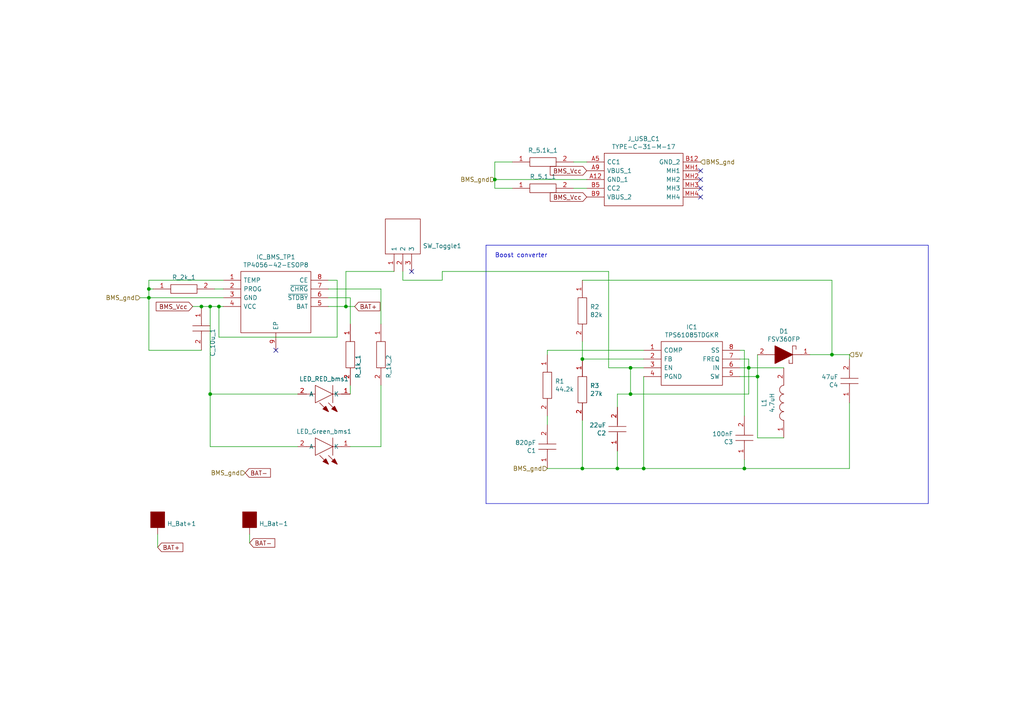
<source format=kicad_sch>
(kicad_sch (version 20230121) (generator eeschema)
  (paper "A4")
  (lib_symbols
    (symbol "Library_Loader:C0805C475M8RACTU" (pin_names (offset 0.762))
      (property "Reference" "C" (at 8.89 6.35 0))
      (property "Value" "C0805C475M8RACTU" (at 8.89 3.81 0))
      (symbol "C0805C475M8RACTU_0_0"
        (pin passive line (at 0 0 0) (length 5.08) (name "~") (number "1"))
        (pin passive line (at 12.7 0 180) (length 5.08) (name "~") (number "2"))
      )
      (symbol "C0805C475M8RACTU_0_1"
        (polyline (pts (xy 5.08 0) (xy 5.588 0)) (stroke (width 0.1524)))
        (polyline (pts (xy 5.588 2.54) (xy 5.588 -2.54)) (stroke (width 0.1524)))
        (polyline (pts (xy 7.112 0) (xy 7.62 0)) (stroke (width 0.1524)))
        (polyline (pts (xy 7.112 2.54) (xy 7.112 -2.54)) (stroke (width 0.1524)))
      )
    )
    (symbol "Library_Loader:ERJP6WF1303V" (pin_names (offset 0.762))
      (property "Reference" "R" (at 13.97 6.35 0))
      (property "Value" "ERJP6WF1303V" (at 13.97 3.81 0))
      (symbol "ERJP6WF1303V_0_0"
        (pin passive line (at 0 0 0) (length 5.08) (name "~") (number "1"))
        (pin passive line (at 17.78 0 180) (length 5.08) (name "~") (number "2"))
      )
      (symbol "ERJP6WF1303V_0_1"
        (polyline (pts (xy 5.08 1.27) (xy 12.7 1.27) (xy 12.7 -1.27) (xy 5.08 -1.27) (xy 5.08 1.27)) (stroke (width 0.1524)))
      )
    )
    (symbol "Library_Loader:FSV360FP" (pin_names (offset 0.762))
      (property "Reference" "D" (at 12.7 8.89 0))
      (property "Value" "FSV360FP" (at 12.7 6.35 0))
      (symbol "FSV360FP_0_0"
        (pin passive line (at 2.54 0 0) (length 2.54) (name "~") (number "1"))
        (pin passive line (at 17.78 0 180) (length 2.54) (name "~") (number "2"))
      )
      (symbol "FSV360FP_0_1"
        (polyline (pts (xy 5.08 0) (xy 7.62 0)) (stroke (width 0.1524)))
        (polyline (pts (xy 7.62 2.54) (xy 7.62 -2.54)) (stroke (width 0.1524)))
        (polyline (pts (xy 12.7 0) (xy 15.24 0)) (stroke (width 0.1524)))
        (polyline (pts (xy 7.62 -2.54) (xy 6.604 -2.54) (xy 6.604 -1.524)) (stroke (width 0.1524)))
        (polyline (pts (xy 7.62 2.54) (xy 8.636 2.54) (xy 8.636 1.524)) (stroke (width 0.1524)))
        (polyline (pts (xy 7.62 0) (xy 12.7 2.54) (xy 12.7 -2.54) (xy 7.62 0)) (stroke (width 0.254)) (fill (type outline)))
      )
    )
    (symbol "Library_Loader:SRN6045-4R7Y" (pin_names (offset 0.762))
      (property "Reference" "L" (at 16.51 6.35 0))
      (property "Value" "SRN6045-4R7Y" (at 16.51 3.81 0))
      (symbol "SRN6045-4R7Y_0_0"
        (pin passive line (at 0 0 0) (length 5.08) (name "~") (number "1"))
        (pin passive line (at 20.32 0 180) (length 5.08) (name "~") (number "2"))
      )
      (symbol "SRN6045-4R7Y_0_1"
        (arc (start 7.62 0) (mid 6.35 1.2202) (end 5.08 0) (stroke (width 0.1524)))
        (arc (start 10.16 0) (mid 8.89 1.2202) (end 7.62 0) (stroke (width 0.1524)))
        (arc (start 12.7 0) (mid 11.43 1.2202) (end 10.16 0) (stroke (width 0.1524)))
        (arc (start 15.24 0) (mid 13.97 1.2202) (end 12.7 0) (stroke (width 0.1524)))
      )
    )
    (symbol "Library_Loader:TPS61085TDGKR" (pin_names (offset 0.762))
      (property "Reference" "IC" (at 24.13 7.62 0))
      (property "Value" "TPS61085TDGKR" (at 24.13 5.08 0))
      (symbol "TPS61085TDGKR_0_0"
        (pin passive line (at 0 0 0) (length 5.08) (name "COMP") (number "1"))
        (pin passive line (at 0 -2.54 0) (length 5.08) (name "FB") (number "2"))
        (pin passive line (at 0 -5.08 0) (length 5.08) (name "EN") (number "3"))
        (pin passive line (at 0 -7.62 0) (length 5.08) (name "PGND") (number "4"))
        (pin passive line (at 27.94 -7.62 180) (length 5.08) (name "SW") (number "5"))
        (pin passive line (at 27.94 -5.08 180) (length 5.08) (name "IN") (number "6"))
        (pin passive line (at 27.94 -2.54 180) (length 5.08) (name "FREQ") (number "7"))
        (pin passive line (at 27.94 0 180) (length 5.08) (name "SS") (number "8"))
      )
      (symbol "TPS61085TDGKR_0_1"
        (polyline (pts (xy 5.08 2.54) (xy 22.86 2.54) (xy 22.86 -10.16) (xy 5.08 -10.16) (xy 5.08 2.54)) (stroke (width 0.1524)))
      )
    )
    (symbol "PicBytesMicro-rescue:GCG21BR71H154KA01K-SamacSys_Parts" (pin_names (offset 0.762))
      (property "Reference" "C" (at 8.89 6.35 0))
      (property "Value" "GCG21BR71H154KA01K-SamacSys_Parts" (at 8.89 3.81 0))
      (symbol "GCG21BR71H154KA01K-SamacSys_Parts_0_0"
        (pin passive line (at 0 0 0) (length 5.08) (name "~") (number "1"))
        (pin passive line (at 12.7 0 180) (length 5.08) (name "~") (number "2"))
      )
      (symbol "GCG21BR71H154KA01K-SamacSys_Parts_0_1"
        (polyline (pts (xy 5.08 0) (xy 5.588 0)) (stroke (width 0.1524)))
        (polyline (pts (xy 5.588 2.54) (xy 5.588 -2.54)) (stroke (width 0.1524)))
        (polyline (pts (xy 7.112 0) (xy 7.62 0)) (stroke (width 0.1524)))
        (polyline (pts (xy 7.112 2.54) (xy 7.112 -2.54)) (stroke (width 0.1524)))
      )
    )
    (symbol "PicBytesMicro-rescue:K3-1260D-L1-SamacSys_Parts" (pin_names (offset 0.762))
      (property "Reference" "S" (at 16.51 7.62 0))
      (property "Value" "K3-1260D-L1-SamacSys_Parts" (at 16.51 5.08 0))
      (symbol "K3-1260D-L1-SamacSys_Parts_0_0"
        (pin passive line (at 0 0 0) (length 5.08) (name "1") (number "1"))
        (pin passive line (at 0 -2.54 0) (length 5.08) (name "2") (number "2"))
        (pin passive line (at 0 -5.08 0) (length 5.08) (name "3") (number "3"))
      )
      (symbol "K3-1260D-L1-SamacSys_Parts_0_1"
        (polyline (pts (xy 5.08 2.54) (xy 15.24 2.54) (xy 15.24 -7.62) (xy 5.08 -7.62) (xy 5.08 2.54)) (stroke (width 0.1524)))
      )
    )
    (symbol "PicBytesMicro-rescue:KTR10EZPF4220-SamacSys_Parts" (pin_names (offset 0.762))
      (property "Reference" "R" (at 13.97 6.35 0))
      (property "Value" "KTR10EZPF4220-SamacSys_Parts" (at 13.97 3.81 0))
      (symbol "KTR10EZPF4220-SamacSys_Parts_0_0"
        (pin passive line (at 0 0 0) (length 5.08) (name "~") (number "1"))
        (pin passive line (at 17.78 0 180) (length 5.08) (name "~") (number "2"))
      )
      (symbol "KTR10EZPF4220-SamacSys_Parts_0_1"
        (polyline (pts (xy 5.08 1.27) (xy 12.7 1.27) (xy 12.7 -1.27) (xy 5.08 -1.27) (xy 5.08 1.27)) (stroke (width 0.1524)))
      )
    )
    (symbol "PicBytesMicro-rescue:LTST-C171GKT-SamacSys_Parts" (pin_names (offset 0.762))
      (property "Reference" "LED" (at 12.7 8.89 0))
      (property "Value" "LTST-C171GKT-SamacSys_Parts" (at 12.7 6.35 0))
      (symbol "LTST-C171GKT-SamacSys_Parts_0_0"
        (pin passive line (at 0 0 0) (length 2.54) (name "K") (number "1"))
        (pin passive line (at 15.24 0 180) (length 2.54) (name "A") (number "2"))
      )
      (symbol "LTST-C171GKT-SamacSys_Parts_0_1"
        (polyline (pts (xy 2.54 0) (xy 5.08 0)) (stroke (width 0.1524)))
        (polyline (pts (xy 5.08 2.54) (xy 5.08 -2.54)) (stroke (width 0.1524)))
        (polyline (pts (xy 6.35 2.54) (xy 3.81 5.08)) (stroke (width 0.1524)))
        (polyline (pts (xy 8.89 2.54) (xy 6.35 5.08)) (stroke (width 0.1524)))
        (polyline (pts (xy 10.16 0) (xy 12.7 0)) (stroke (width 0.1524)))
        (polyline (pts (xy 5.08 0) (xy 10.16 2.54) (xy 10.16 -2.54) (xy 5.08 0)) (stroke (width 0.1524)))
        (polyline (pts (xy 5.334 4.318) (xy 4.572 3.556) (xy 3.81 5.08) (xy 5.334 4.318)) (stroke (width 0.254)) (fill (type outline)))
        (polyline (pts (xy 7.874 4.318) (xy 7.112 3.556) (xy 6.35 5.08) (xy 7.874 4.318)) (stroke (width 0.254)) (fill (type outline)))
      )
    )
    (symbol "PicBytesMicro-rescue:MountingHole_Pad-User_library-SamacSys_Parts-HVolt_sub-system-FIT" (pin_numbers hide) (pin_names (offset 1.016) hide)
      (property "Reference" "H" (at 0 6.35 0))
      (property "Value" "MountingHole_Pad-User_library-SamacSys_Parts-HVolt_sub-system-FIT" (at 0 4.445 0))
      (symbol "MountingHole_Pad-User_library-SamacSys_Parts-HVolt_sub-system-FIT_0_1"
        (circle (center 0 1.27) (radius 1.27) (stroke (width 1.27)))
        (rectangle (start 2.032 -0.635) (end -2.032 3.937) (fill (type outline)))
      )
      (symbol "MountingHole_Pad-User_library-SamacSys_Parts-HVolt_sub-system-FIT_1_1"
        (pin input line (at 0 -2.54 90) (length 2.54) (name "1") (number "1"))
      )
    )
    (symbol "PicBytesMicro-rescue:TP4056-42-ESOP8-SamacSys_Parts" (pin_names (offset 0.762))
      (property "Reference" "IC" (at 26.67 7.62 0))
      (property "Value" "TP4056-42-ESOP8-SamacSys_Parts" (at 26.67 5.08 0))
      (symbol "TP4056-42-ESOP8-SamacSys_Parts_0_0"
        (pin passive line (at 0 0 0) (length 5.08) (name "TEMP") (number "1"))
        (pin passive line (at 0 -2.54 0) (length 5.08) (name "PROG") (number "2"))
        (pin passive line (at 0 -5.08 0) (length 5.08) (name "GND") (number "3"))
        (pin passive line (at 0 -7.62 0) (length 5.08) (name "VCC") (number "4"))
        (pin passive line (at 30.48 -7.62 180) (length 5.08) (name "BAT") (number "5"))
        (pin passive line (at 30.48 -5.08 180) (length 5.08) (name "~{STDBY}") (number "6"))
        (pin passive line (at 30.48 -2.54 180) (length 5.08) (name "~{CHRG}") (number "7"))
        (pin passive line (at 30.48 0 180) (length 5.08) (name "CE") (number "8"))
        (pin passive line (at 15.24 -20.32 90) (length 5.08) (name "EP") (number "9"))
      )
      (symbol "TP4056-42-ESOP8-SamacSys_Parts_0_1"
        (polyline (pts (xy 5.08 2.54) (xy 25.4 2.54) (xy 25.4 -15.24) (xy 5.08 -15.24) (xy 5.08 2.54)) (stroke (width 0.1524)))
      )
    )
    (symbol "PicBytesMicro-rescue:TYPE-C-31-M-17-SamacSys_Parts" (pin_names (offset 0.762))
      (property "Reference" "J" (at 29.21 7.62 0))
      (property "Value" "TYPE-C-31-M-17-SamacSys_Parts" (at 29.21 5.08 0))
      (symbol "TYPE-C-31-M-17-SamacSys_Parts_0_0"
        (pin passive line (at 0 -5.08 0) (length 5.08) (name "GND_1") (number "A12"))
        (pin passive line (at 0 0 0) (length 5.08) (name "CC1") (number "A5"))
        (pin passive line (at 0 -2.54 0) (length 5.08) (name "VBUS_1") (number "A9"))
        (pin passive line (at 33.02 0 180) (length 5.08) (name "GND_2") (number "B12"))
        (pin passive line (at 0 -7.62 0) (length 5.08) (name "CC2") (number "B5"))
        (pin passive line (at 0 -10.16 0) (length 5.08) (name "VBUS_2") (number "B9"))
        (pin passive line (at 33.02 -2.54 180) (length 5.08) (name "MH1") (number "MH1"))
        (pin passive line (at 33.02 -5.08 180) (length 5.08) (name "MH2") (number "MH2"))
        (pin passive line (at 33.02 -7.62 180) (length 5.08) (name "MH3") (number "MH3"))
        (pin passive line (at 33.02 -10.16 180) (length 5.08) (name "MH4") (number "MH4"))
      )
      (symbol "TYPE-C-31-M-17-SamacSys_Parts_0_1"
        (polyline (pts (xy 5.08 2.54) (xy 27.94 2.54) (xy 27.94 -12.7) (xy 5.08 -12.7) (xy 5.08 2.54)) (stroke (width 0.1524)))
      )
    )
  )
  (junction (at 60.96 88.9))
  (junction (at 179.07 135.89))
  (junction (at 215.9 135.89))
  (junction (at 186.69 135.89))
  (junction (at 168.91 104.14))
  (junction (at 43.18 83.82))
  (junction (at 100.33 88.9))
  (junction (at 60.96 114.3))
  (junction (at 143.51 52.07))
  (junction (at 217.17 106.68))
  (junction (at 168.91 135.89))
  (junction (at 219.71 109.22))
  (junction (at 43.18 86.36))
  (junction (at 58.42 88.9))
  (junction (at 182.88 114.3))
  (junction (at 182.88 106.68))
  (junction (at 63.5 88.9))
  (junction (at 241.3 102.87))
  (no_connect (at 203.2 57.15))
  (no_connect (at 203.2 54.61))
  (no_connect (at 203.2 49.53))
  (no_connect (at 119.38 78.74))
  (no_connect (at 203.2 52.07))
  (no_connect (at 80.01 101.6))
  (wire (pts (xy 182.88 114.3) (xy 182.88 106.68)))
  (wire (pts (xy 179.07 118.11) (xy 179.07 114.3)))
  (wire (pts (xy 128.27 78.74) (xy 128.27 81.28)))
  (wire (pts (xy 179.07 130.81) (xy 179.07 135.89)))
  (wire (pts (xy 168.91 81.28) (xy 241.3 81.28)))
  (wire (pts (xy 241.3 102.87) (xy 234.95 102.87)))
  (wire (pts (xy 60.96 114.3) (xy 60.96 88.9)))
  (polyline (pts (xy 140.97 71.12) (xy 140.97 146.05)))
  (wire (pts (xy 86.36 114.3) (xy 60.96 114.3)))
  (wire (pts (xy 43.18 86.36) (xy 40.64 86.36)))
  (wire (pts (xy 168.91 135.89) (xy 179.07 135.89)))
  (wire (pts (xy 100.33 78.74) (xy 100.33 88.9)))
  (wire (pts (xy 101.6 111.76) (xy 101.6 114.3)))
  (wire (pts (xy 179.07 114.3) (xy 182.88 114.3)))
  (wire (pts (xy 170.18 46.99) (xy 166.37 46.99)))
  (wire (pts (xy 215.9 135.89) (xy 246.38 135.89)))
  (wire (pts (xy 182.88 106.68) (xy 176.53 106.68)))
  (wire (pts (xy 158.75 135.89) (xy 168.91 135.89)))
  (polyline (pts (xy 269.24 146.05) (xy 269.24 71.12)))
  (wire (pts (xy 110.49 129.54) (xy 101.6 129.54)))
  (wire (pts (xy 217.17 106.68) (xy 217.17 114.3)))
  (wire (pts (xy 64.77 81.28) (xy 43.18 81.28)))
  (wire (pts (xy 102.87 88.9) (xy 100.33 88.9)))
  (wire (pts (xy 170.18 54.61) (xy 166.37 54.61)))
  (wire (pts (xy 95.25 83.82) (xy 110.49 83.82)))
  (polyline (pts (xy 140.97 146.05) (xy 269.24 146.05)))
  (wire (pts (xy 215.9 101.6) (xy 214.63 101.6)))
  (wire (pts (xy 215.9 120.65) (xy 215.9 101.6)))
  (wire (pts (xy 110.49 83.82) (xy 110.49 93.98)))
  (wire (pts (xy 116.84 81.28) (xy 116.84 78.74)))
  (wire (pts (xy 182.88 114.3) (xy 217.17 114.3)))
  (wire (pts (xy 64.77 86.36) (xy 43.18 86.36)))
  (wire (pts (xy 179.07 135.89) (xy 186.69 135.89)))
  (wire (pts (xy 176.53 106.68) (xy 176.53 78.74)))
  (wire (pts (xy 186.69 135.89) (xy 215.9 135.89)))
  (wire (pts (xy 186.69 104.14) (xy 168.91 104.14)))
  (wire (pts (xy 110.49 111.76) (xy 110.49 129.54)))
  (wire (pts (xy 143.51 46.99) (xy 143.51 52.07)))
  (wire (pts (xy 158.75 101.6) (xy 158.75 102.87)))
  (wire (pts (xy 101.6 93.98) (xy 101.6 86.36)))
  (wire (pts (xy 114.3 78.74) (xy 100.33 78.74)))
  (wire (pts (xy 58.42 88.9) (xy 55.88 88.9)))
  (wire (pts (xy 101.6 86.36) (xy 95.25 86.36)))
  (wire (pts (xy 158.75 123.19) (xy 158.75 120.65)))
  (wire (pts (xy 186.69 109.22) (xy 186.69 135.89)))
  (wire (pts (xy 186.69 101.6) (xy 158.75 101.6)))
  (wire (pts (xy 241.3 81.28) (xy 241.3 102.87)))
  (wire (pts (xy 64.77 88.9) (xy 63.5 88.9)))
  (wire (pts (xy 143.51 54.61) (xy 143.51 52.07)))
  (wire (pts (xy 44.45 83.82) (xy 43.18 83.82)))
  (wire (pts (xy 63.5 97.79) (xy 63.5 88.9)))
  (wire (pts (xy 168.91 99.06) (xy 168.91 104.14)))
  (wire (pts (xy 170.18 52.07) (xy 143.51 52.07)))
  (wire (pts (xy 43.18 101.6) (xy 43.18 86.36)))
  (wire (pts (xy 246.38 104.14) (xy 246.38 102.87)))
  (wire (pts (xy 217.17 106.68) (xy 214.63 106.68)))
  (wire (pts (xy 128.27 81.28) (xy 116.84 81.28)))
  (wire (pts (xy 58.42 101.6) (xy 43.18 101.6)))
  (wire (pts (xy 72.39 157.48) (xy 72.39 154.94)))
  (wire (pts (xy 219.71 109.22) (xy 219.71 102.87)))
  (wire (pts (xy 217.17 104.14) (xy 217.17 106.68)))
  (wire (pts (xy 97.79 97.79) (xy 63.5 97.79)))
  (wire (pts (xy 214.63 109.22) (xy 219.71 109.22)))
  (wire (pts (xy 182.88 106.68) (xy 186.69 106.68)))
  (wire (pts (xy 60.96 88.9) (xy 58.42 88.9)))
  (polyline (pts (xy 269.24 71.12) (xy 140.97 71.12)))
  (wire (pts (xy 176.53 78.74) (xy 128.27 78.74)))
  (wire (pts (xy 246.38 116.84) (xy 246.38 135.89)))
  (wire (pts (xy 219.71 109.22) (xy 219.71 127)))
  (wire (pts (xy 215.9 133.35) (xy 215.9 135.89)))
  (wire (pts (xy 97.79 81.28) (xy 97.79 97.79)))
  (wire (pts (xy 63.5 88.9) (xy 60.96 88.9)))
  (wire (pts (xy 60.96 114.3) (xy 60.96 129.54)))
  (wire (pts (xy 43.18 81.28) (xy 43.18 83.82)))
  (wire (pts (xy 214.63 104.14) (xy 217.17 104.14)))
  (wire (pts (xy 62.23 83.82) (xy 64.77 83.82)))
  (wire (pts (xy 246.38 102.87) (xy 241.3 102.87)))
  (wire (pts (xy 219.71 127) (xy 227.33 127)))
  (wire (pts (xy 148.59 54.61) (xy 143.51 54.61)))
  (wire (pts (xy 227.33 106.68) (xy 217.17 106.68)))
  (wire (pts (xy 95.25 81.28) (xy 97.79 81.28)))
  (wire (pts (xy 168.91 121.92) (xy 168.91 135.89)))
  (wire (pts (xy 148.59 46.99) (xy 143.51 46.99)))
  (wire (pts (xy 43.18 83.82) (xy 43.18 86.36)))
  (wire (pts (xy 45.72 158.75) (xy 45.72 154.94)))
  (wire (pts (xy 86.36 129.54) (xy 60.96 129.54)))
  (wire (pts (xy 100.33 88.9) (xy 95.25 88.9)))
  (text "Boost converter" (at 143.51 74.93 0) (effects (font (size 1.27 1.27)) (justify left bottom)))
  (global_label "BAT+" (shape input) (at 102.87 88.9 0) (property "Intersheetrefs" "${INTERSHEET_REFS}" (effects hide)))
  (global_label "BAT-" (shape input) (at 71.12 137.16 0) (property "Intersheetrefs" "${INTERSHEET_REFS}" (effects hide)))
  (global_label "BAT+" (shape input) (at 45.72 158.75 0) (property "Intersheetrefs" "${INTERSHEET_REFS}" (effects hide)))
  (global_label "BAT-" (shape input) (at 72.39 157.48 0) (property "Intersheetrefs" "${INTERSHEET_REFS}" (effects hide)))
  (global_label "BMS_Vcc" (shape input) (at 170.18 57.15 180) (property "Intersheetrefs" "${INTERSHEET_REFS}" (effects hide)))
  (global_label "BMS_Vcc" (shape input) (at 55.88 88.9 180) (property "Intersheetrefs" "${INTERSHEET_REFS}" (effects hide)))
  (global_label "BMS_Vcc" (shape input) (at 170.18 49.53 180) (property "Intersheetrefs" "${INTERSHEET_REFS}" (effects hide)))
  (hierarchical_label "BMS_gnd" (shape input) (at 203.2 46.99 0))
  (hierarchical_label "5V" (shape input) (at 246.38 102.87 0))
  (hierarchical_label "BMS_gnd" (shape input) (at 71.12 137.16 180))
  (hierarchical_label "BMS_gnd" (shape input) (at 143.51 52.07 180))
  (hierarchical_label "BMS_gnd" (shape input) (at 40.64 86.36 180))
  (hierarchical_label "BMS_gnd" (shape input) (at 158.75 135.89 180))
  (symbol (lib_id "PicBytesMicro-rescue:TP4056-42-ESOP8-SamacSys_Parts") (at 64.77 81.28 0) (unit 1)
    (property "Reference" "IC_BMS_TP1" (at 80.01 74.549 0))
    (property "Value" "TP4056-42-ESOP8" (at 80.01 76.8604 0))
    (property "Footprint" "SOIC127P600X175-9N" (effects hide))
    (property "Datasheet" "https://datasheet.lcsc.com/szlcsc/1906261508_Nanjing-Extension-Microelectronics-TP4056-42-ESOP8_C16581.pdf" (effects hide))
    (property "Description" "PMIC - Battery Management ESOP-8 RoHS" (effects hide))
    (property "Height" "1.75" (effects hide))
    (property "Manufacturer_Name" "Nanjing Extension Microelectronics" (effects hide))
    (property "Manufacturer_Part_Number" "TP4056-42-ESOP8" (effects hide))
  )
  (symbol (lib_id "PicBytesMicro-rescue:KTR10EZPF4220-SamacSys_Parts") (at 44.45 83.82 0) (unit 1)
    (property "Reference" "R_2k_1" (at 53.34 80.4418 0))
    (property "Value" "KTR10EZPF4220" (effects hide))
    (property "Footprint" "RESC2012X65N" (effects hide))
    (property "Datasheet" "http://rohmfs.rohm.com/en/products/databook/datasheet/passive/resistor/chip_resistor/ktr.pdf" (effects hide))
    (property "Description" "ROHM 0805 Resistor Chip" (effects hide))
    (property "Height" "0.65" (effects hide))
    (property "Manufacturer_Name" "ROHM Semiconductor" (effects hide))
    (property "Manufacturer_Part_Number" "KTR10EZPF4220" (effects hide))
  )
  (symbol (lib_id "PicBytesMicro-rescue:TYPE-C-31-M-17-SamacSys_Parts") (at 170.18 46.99 0) (unit 1)
    (property "Reference" "J_USB_C1" (at 186.69 40.259 0))
    (property "Value" "TYPE-C-31-M-17" (at 186.69 42.5704 0))
    (property "Footprint" "TYPEC31M17" (effects hide))
    (property "Datasheet" "https://datasheet.lcsc.com/szlcsc/1903211732_Korean-Hroparts-Elec-TYPE-C-31-M-17_C283540.pdf" (effects hide))
    (property "Description" "USB Connectors 6 Receptacle 1 RoHS" (effects hide))
    (property "Height" "3.26" (effects hide))
    (property "Manufacturer_Name" "Korean Hroparts Elec" (effects hide))
    (property "Manufacturer_Part_Number" "TYPE-C-31-M-17" (effects hide))
  )
  (symbol (lib_id "PicBytesMicro-rescue:GCG21BR71H154KA01K-SamacSys_Parts") (at 58.42 88.9 270) (unit 1)
    (property "Reference" "C_10u_1" (at 61.6712 95.25 0) (effects (justify left)))
    (property "Value" "GCG21BR71H154KA01K" (effects hide))
    (property "Footprint" "CAPC2012X145N" (effects hide))
    (property "Datasheet" "https://psearch.en.murata.com/capacitor/product/GCG21BR71H154KA01%23.html" (effects hide))
    (property "Description" "Capacitor L=2.0mm W=1.25mm T=1.25mm" (effects hide))
    (property "Height" "1.45" (effects hide))
    (property "Manufacturer_Name" "Murata Electronics" (effects hide))
    (property "Manufacturer_Part_Number" "GCG21BR71H154KA01K" (effects hide))
  )
  (symbol (lib_id "PicBytesMicro-rescue:KTR10EZPF4220-SamacSys_Parts") (at 148.59 46.99 0) (unit 1)
    (property "Reference" "R_5.1k_1" (at 157.48 43.6118 0))
    (property "Value" "KTR10EZPF4220" (effects hide))
    (property "Footprint" "RESC2012X65N" (effects hide))
    (property "Datasheet" "http://rohmfs.rohm.com/en/products/databook/datasheet/passive/resistor/chip_resistor/ktr.pdf" (effects hide))
    (property "Description" "ROHM 0805 Resistor Chip" (effects hide))
    (property "Height" "0.65" (effects hide))
    (property "Manufacturer_Name" "ROHM Semiconductor" (effects hide))
    (property "Manufacturer_Part_Number" "KTR10EZPF4220" (effects hide))
  )
  (symbol (lib_id "PicBytesMicro-rescue:KTR10EZPF4220-SamacSys_Parts") (at 148.59 54.61 0) (unit 1)
    (property "Reference" "R_5.1_1" (at 157.48 51.2318 0))
    (property "Value" "KTR10EZPF4220" (effects hide))
    (property "Footprint" "RESC2012X65N" (effects hide))
    (property "Datasheet" "http://rohmfs.rohm.com/en/products/databook/datasheet/passive/resistor/chip_resistor/ktr.pdf" (effects hide))
    (property "Description" "ROHM 0805 Resistor Chip" (effects hide))
    (property "Height" "0.65" (effects hide))
    (property "Manufacturer_Name" "ROHM Semiconductor" (effects hide))
    (property "Manufacturer_Part_Number" "KTR10EZPF4220" (effects hide))
  )
  (symbol (lib_id "PicBytesMicro-rescue:KTR10EZPF4220-SamacSys_Parts") (at 101.6 93.98 270) (unit 1)
    (property "Reference" "R_1k_1" (at 103.8352 102.87 0) (effects (justify left)))
    (property "Value" "KTR10EZPF4220" (effects hide))
    (property "Footprint" "RESC2012X65N" (effects hide))
    (property "Datasheet" "http://rohmfs.rohm.com/en/products/databook/datasheet/passive/resistor/chip_resistor/ktr.pdf" (effects hide))
    (property "Description" "ROHM 0805 Resistor Chip" (effects hide))
    (property "Height" "0.65" (effects hide))
    (property "Manufacturer_Name" "ROHM Semiconductor" (effects hide))
    (property "Manufacturer_Part_Number" "KTR10EZPF4220" (effects hide))
  )
  (symbol (lib_id "PicBytesMicro-rescue:KTR10EZPF4220-SamacSys_Parts") (at 110.49 93.98 270) (unit 1)
    (property "Reference" "R_1k_2" (at 112.7252 102.87 0) (effects (justify left)))
    (property "Value" "KTR10EZPF4220" (effects hide))
    (property "Footprint" "RESC2012X65N" (effects hide))
    (property "Datasheet" "http://rohmfs.rohm.com/en/products/databook/datasheet/passive/resistor/chip_resistor/ktr.pdf" (effects hide))
    (property "Description" "ROHM 0805 Resistor Chip" (effects hide))
    (property "Height" "0.65" (effects hide))
    (property "Manufacturer_Name" "ROHM Semiconductor" (effects hide))
    (property "Manufacturer_Part_Number" "KTR10EZPF4220" (effects hide))
  )
  (symbol (lib_id "PicBytesMicro-rescue:LTST-C171GKT-SamacSys_Parts") (at 101.6 114.3 180) (unit 1)
    (property "Reference" "LED_RED_bms1" (at 93.98 109.9058 0))
    (property "Value" "LTST-C171GKT" (effects hide))
    (property "Footprint" "LEDC2012X90N" (effects hide))
    (property "Datasheet" "http://uk.rs-online.com/web/p/products/6920935P" (effects hide))
    (property "Description" "Lite-On LTST-C171GKT, CHIPLED 0805 569 nm Green LED, 2012 (0805) SMD package" (effects hide))
    (property "Height" "0.9" (effects hide))
    (property "RS Part Number" "6920935P" (effects hide))
    (property "RS Price/Stock" "http://uk.rs-online.com/web/p/products/6920935P" (effects hide))
    (property "Manufacturer_Name" "Lite-On" (effects hide))
    (property "Manufacturer_Part_Number" "LTST-C171GKT" (effects hide))
  )
  (symbol (lib_id "PicBytesMicro-rescue:LTST-C171GKT-SamacSys_Parts") (at 101.6 129.54 180) (unit 1)
    (property "Reference" "LED_Green_bms1" (at 93.98 125.1458 0))
    (property "Value" "LTST-C171GKT" (effects hide))
    (property "Footprint" "LEDC2012X90N" (effects hide))
    (property "Datasheet" "http://uk.rs-online.com/web/p/products/6920935P" (effects hide))
    (property "Description" "Lite-On LTST-C171GKT, CHIPLED 0805 569 nm Green LED, 2012 (0805) SMD package" (effects hide))
    (property "Height" "0.9" (effects hide))
    (property "RS Part Number" "6920935P" (effects hide))
    (property "RS Price/Stock" "http://uk.rs-online.com/web/p/products/6920935P" (effects hide))
    (property "Manufacturer_Name" "Lite-On" (effects hide))
    (property "Manufacturer_Part_Number" "LTST-C171GKT" (effects hide))
  )
  (symbol (lib_id "PicBytesMicro-rescue:K3-1260D-L1-SamacSys_Parts") (at 114.3 78.74 90) (unit 1)
    (property "Reference" "SW_Toggle1" (at 122.6312 71.3232 90) (effects (justify right)))
    (property "Value" "K3-1260D-L1" (effects hide))
    (property "Footprint" "K31260DL1" (effects hide))
    (property "Datasheet" "https://datasheet.lcsc.com/szlcsc/Korean-Hroparts-Elec-K3-1260D-L1_C92657.pdf" (effects hide))
    (property "Description" "Toggle Switches Plugin RoHS" (effects hide))
    (property "Height" "3.7" (effects hide))
    (property "Manufacturer_Name" "Korean Hroparts Elec" (effects hide))
    (property "Manufacturer_Part_Number" "K3-1260D-L1" (effects hide))
  )
  (symbol (lib_id "PicBytesMicro-rescue:MountingHole_Pad-User_library-SamacSys_Parts-HVolt_sub-system-FIT") (at 45.72 152.4 0) (unit 1)
    (property "Reference" "H_Bat+1" (at 48.4632 151.892 0) (effects (justify left)))
    (property "Value" "MountingHole_Pad-User_library-SamacSys_Parts" (effects hide))
    (property "Footprint" "User:Mounting-Pad" (effects hide))
    (instances (project "PicBytesMicro" (path "" (reference "H_Bat+1") (unit 1)) (path "" (reference "H_Bat+?") (unit 1))))
  )
  (symbol (lib_id "PicBytesMicro-rescue:MountingHole_Pad-User_library-SamacSys_Parts-HVolt_sub-system-FIT") (at 72.39 152.4 0) (unit 1)
    (property "Reference" "H_Bat-1" (at 75.1332 151.892 0) (effects (justify left)))
    (property "Value" "MountingHole_Pad-User_library-SamacSys_Parts" (effects hide))
    (property "Footprint" "User:Mounting-Pad" (effects hide))
    (instances (project "PicBytesMicro" (path "" (reference "H_Bat-1") (unit 1)) (path "" (reference "H_Bat-?") (unit 1))))
  )
  (symbol (lib_id "Library_Loader:ERJP6WF1303V") (at 158.75 102.87 270) (unit 1)
    (property "Reference" "R1" (at 160.9852 110.5916 90) (effects (justify left)))
    (property "Value" "44.2k" (at 160.9852 112.903 90) (effects (justify left)))
    (property "Footprint" "RESC2012X75N" (effects hide))
    (property "Datasheet" "http://uk.rs-online.com/web/p/products/7708607P" (effects hide))
    (property "Description" "Panasonic ERJP6W Series Thick Film Surface Mount Fixed Resistor 0805 Case 130k +/-1% 0.5W +/-200ppm/C" (effects hide))
    (property "Height" "0.75" (effects hide))
    (property "RS Part Number" "7708607P" (effects hide))
    (property "RS Price/Stock" "http://uk.rs-online.com/web/p/products/7708607P" (effects hide))
    (property "Manufacturer_Name" "Panasonic" (effects hide))
    (property "Manufacturer_Part_Number" "ERJP6WF1303V" (effects hide))
    (instances (project "PicBytesMicro" (path "" (reference "R1") (unit 1))) (project "SolarCharger" (path "" (reference "R?") (unit 1))))
  )
  (symbol (lib_id "Library_Loader:ERJP6WF1303V") (at 168.91 104.14 270) (unit 1)
    (property "Reference" "R3" (at 171.1452 111.8616 90) (effects (justify left)))
    (property "Value" "27k" (at 171.1452 114.173 90) (effects (justify left)))
    (property "Footprint" "RESC2012X75N" (effects hide))
    (property "Datasheet" "http://uk.rs-online.com/web/p/products/7708607P" (effects hide))
    (property "Description" "Panasonic ERJP6W Series Thick Film Surface Mount Fixed Resistor 0805 Case 130k +/-1% 0.5W +/-200ppm/C" (effects hide))
    (property "Height" "0.75" (effects hide))
    (property "RS Part Number" "7708607P" (effects hide))
    (property "RS Price/Stock" "http://uk.rs-online.com/web/p/products/7708607P" (effects hide))
    (property "Manufacturer_Name" "Panasonic" (effects hide))
    (property "Manufacturer_Part_Number" "ERJP6WF1303V" (effects hide))
    (instances (project "PicBytesMicro" (path "" (reference "R3") (unit 1))) (project "SolarCharger" (path "" (reference "R?") (unit 1))))
  )
  (symbol (lib_id "Library_Loader:C0805C475M8RACTU") (at 215.9 133.35 90) (unit 1)
    (property "Reference" "C3" (at 212.6488 128.1684 90) (effects (justify left)))
    (property "Value" "100nF" (at 212.6488 125.857 90) (effects (justify left)))
    (property "Footprint" "CAPC2012X140N" (effects hide))
    (property "Datasheet" "https://datasheet.datasheetarchive.com/originals/distributors/Datasheets-DGA8/2444426.pdf" (effects hide))
    (property "Description" "Cap Ceramic 4.7uF 10V X7R 20% Pad SMD 0805 125C T/R" (effects hide))
    (property "Height" "1.4" (effects hide))
    (property "Manufacturer_Name" "Kemet" (effects hide))
    (property "Manufacturer_Part_Number" "C0805C475M8RACTU" (effects hide))
    (instances (project "PicBytesMicro" (path "" (reference "C3") (unit 1))) (project "SolarCharger" (path "" (reference "C?") (unit 1))))
  )
  (symbol (lib_id "Library_Loader:FSV360FP") (at 237.49 102.87 180) (unit 1)
    (property "Reference" "D1" (at 227.33 96.0882 0))
    (property "Value" "FSV360FP" (at 227.33 98.3996 0))
    (property "Footprint" "SS12FP" (effects hide))
    (property "Datasheet" "https://datasheet.datasheetarchive.com/originals/distributors/DKDS-30/584853.pdf" (effects hide))
    (property "Description" "Schottky Diodes & Rectifiers 60V 3A Schottky Barrier Rectifier" (effects hide))
    (property "Height" "1" (effects hide))
    (property "Mouser Part Number" "512-FSV360FP" (effects hide))
    (property "Mouser Price/Stock" "https://www.mouser.co.uk/ProductDetail/ON-Semiconductor-Fairchild/FSV360FP?qs=tqW9UTzndZzmC5MffD9P5Q%3D%3D" (effects hide))
    (property "Manufacturer_Name" "ON Semiconductor" (effects hide))
    (property "Manufacturer_Part_Number" "FSV360FP" (effects hide))
    (instances (project "PicBytesMicro" (path "" (reference "D1") (unit 1))) (project "SolarCharger" (path "" (reference "D?") (unit 1))))
  )
  (symbol (lib_id "Library_Loader:ERJP6WF1303V") (at 168.91 81.28 270) (unit 1)
    (property "Reference" "R2" (at 171.1452 89.0016 90) (effects (justify left)))
    (property "Value" "82k" (at 171.1452 91.313 90) (effects (justify left)))
    (property "Footprint" "RESC2012X75N" (effects hide))
    (property "Datasheet" "http://uk.rs-online.com/web/p/products/7708607P" (effects hide))
    (property "Description" "Panasonic ERJP6W Series Thick Film Surface Mount Fixed Resistor 0805 Case 130k +/-1% 0.5W +/-200ppm/C" (effects hide))
    (property "Height" "0.75" (effects hide))
    (property "RS Part Number" "7708607P" (effects hide))
    (property "RS Price/Stock" "http://uk.rs-online.com/web/p/products/7708607P" (effects hide))
    (property "Manufacturer_Name" "Panasonic" (effects hide))
    (property "Manufacturer_Part_Number" "ERJP6WF1303V" (effects hide))
    (instances (project "PicBytesMicro" (path "" (reference "R2") (unit 1))) (project "SolarCharger" (path "" (reference "R?") (unit 1))))
  )
  (symbol (lib_id "Library_Loader:SRN6045-4R7Y") (at 227.33 127 90) (unit 1)
    (property "Reference" "L1" (at 221.615 116.84 0))
    (property "Value" "4.7uH" (at 223.9264 116.84 0))
    (property "Footprint" "SRN6045_1" (effects hide))
    (property "Datasheet" "https://www.bourns.com/data/global/pdfs/SRN6045.pdf" (effects hide))
    (property "Description" "Power Inductor semi-shielded SMD 4.7uH Bourns SRN6045 Series Shielded Wire-wound SMD Inductor with a Ferrite Core, 4.7 uH +/-30% 4A Idc" (effects hide))
    (property "Mouser Part Number" "652-SRN6045-4R7Y" (effects hide))
    (property "Mouser Price/Stock" "https://www.mouser.co.uk/ProductDetail/Bourns/SRN6045-4R7Y?qs=opBjA1TV902tB4tumIiZhg%3D%3D" (effects hide))
    (property "Manufacturer_Name" "Bourns" (effects hide))
    (property "Manufacturer_Part_Number" "SRN6045-4R7Y" (effects hide))
    (instances (project "PicBytesMicro" (path "" (reference "L1") (unit 1))) (project "SolarCharger" (path "" (reference "L?") (unit 1))))
  )
  (symbol (lib_id "Library_Loader:C0805C475M8RACTU") (at 246.38 116.84 90) (unit 1)
    (property "Reference" "C4" (at 243.1288 111.6584 90) (effects (justify left)))
    (property "Value" "47uF" (at 243.1288 109.347 90) (effects (justify left)))
    (property "Footprint" "CAPC2012X140N" (effects hide))
    (property "Datasheet" "https://datasheet.datasheetarchive.com/originals/distributors/Datasheets-DGA8/2444426.pdf" (effects hide))
    (property "Description" "Cap Ceramic 4.7uF 10V X7R 20% Pad SMD 0805 125C T/R" (effects hide))
    (property "Height" "1.4" (effects hide))
    (property "Manufacturer_Name" "Kemet" (effects hide))
    (property "Manufacturer_Part_Number" "C0805C475M8RACTU" (effects hide))
    (instances (project "PicBytesMicro" (path "" (reference "C4") (unit 1))) (project "SolarCharger" (path "" (reference "C?") (unit 1))))
  )
  (symbol (lib_id "Library_Loader:C0805C475M8RACTU") (at 179.07 130.81 90) (unit 1)
    (property "Reference" "C2" (at 175.8188 125.6284 90) (effects (justify left)))
    (property "Value" "22uF" (at 175.8188 123.317 90) (effects (justify left)))
    (property "Footprint" "CAPC2012X140N" (effects hide))
    (property "Datasheet" "https://datasheet.datasheetarchive.com/originals/distributors/Datasheets-DGA8/2444426.pdf" (effects hide))
    (property "Description" "Cap Ceramic 4.7uF 10V X7R 20% Pad SMD 0805 125C T/R" (effects hide))
    (property "Height" "1.4" (effects hide))
    (property "Manufacturer_Name" "Kemet" (effects hide))
    (property "Manufacturer_Part_Number" "C0805C475M8RACTU" (effects hide))
    (instances (project "PicBytesMicro" (path "" (reference "C2") (unit 1))) (project "SolarCharger" (path "" (reference "C?") (unit 1))))
  )
  (symbol (lib_id "Library_Loader:TPS61085TDGKR") (at 186.69 101.6 0) (unit 1)
    (property "Reference" "IC1" (at 200.66 94.869 0))
    (property "Value" "TPS61085TDGKR" (at 200.66 97.1804 0))
    (property "Footprint" "SOP65P490X110-8N" (effects hide))
    (property "Datasheet" "http://www.ti.com/lit/gpn/tps61085t" (effects hide))
    (property "Description" "18.5V, 2A, 650kHz, 1.2MHz Step-Up DC-DC Converter with Forced PWM Mode (extended temp range)" (effects hide))
    (property "Height" "1.1" (effects hide))
    (property "Mouser Part Number" "595-TPS61085TDGKR" (effects hide))
    (property "Mouser Price/Stock" "https://www.mouser.co.uk/ProductDetail/Texas-Instruments/TPS61085TDGKR?qs=%2Fqzd9s%252BcLd4U2Z7ineHARw%3D%3D" (effects hide))
    (property "Manufacturer_Name" "Texas Instruments" (effects hide))
    (property "Manufacturer_Part_Number" "TPS61085TDGKR" (effects hide))
    (instances (project "PicBytesMicro" (path "" (reference "IC1") (unit 1))) (project "SolarCharger" (path "" (reference "IC?") (unit 1))))
  )
  (symbol (lib_id "Library_Loader:C0805C475M8RACTU") (at 158.75 135.89 90) (unit 1)
    (property "Reference" "C1" (at 155.4988 130.7084 90) (effects (justify left)))
    (property "Value" "820pF" (at 155.4988 128.397 90) (effects (justify left)))
    (property "Footprint" "CAPC2012X140N" (effects hide))
    (property "Datasheet" "https://datasheet.datasheetarchive.com/originals/distributors/Datasheets-DGA8/2444426.pdf" (effects hide))
    (property "Description" "Cap Ceramic 4.7uF 10V X7R 20% Pad SMD 0805 125C T/R" (effects hide))
    (property "Height" "1.4" (effects hide))
    (property "Manufacturer_Name" "Kemet" (effects hide))
    (property "Manufacturer_Part_Number" "C0805C475M8RACTU" (effects hide))
    (instances (project "PicBytesMicro" (path "" (reference "C1") (unit 1))) (project "SolarCharger" (path "" (reference "C?") (unit 1))))
  )
)
</source>
